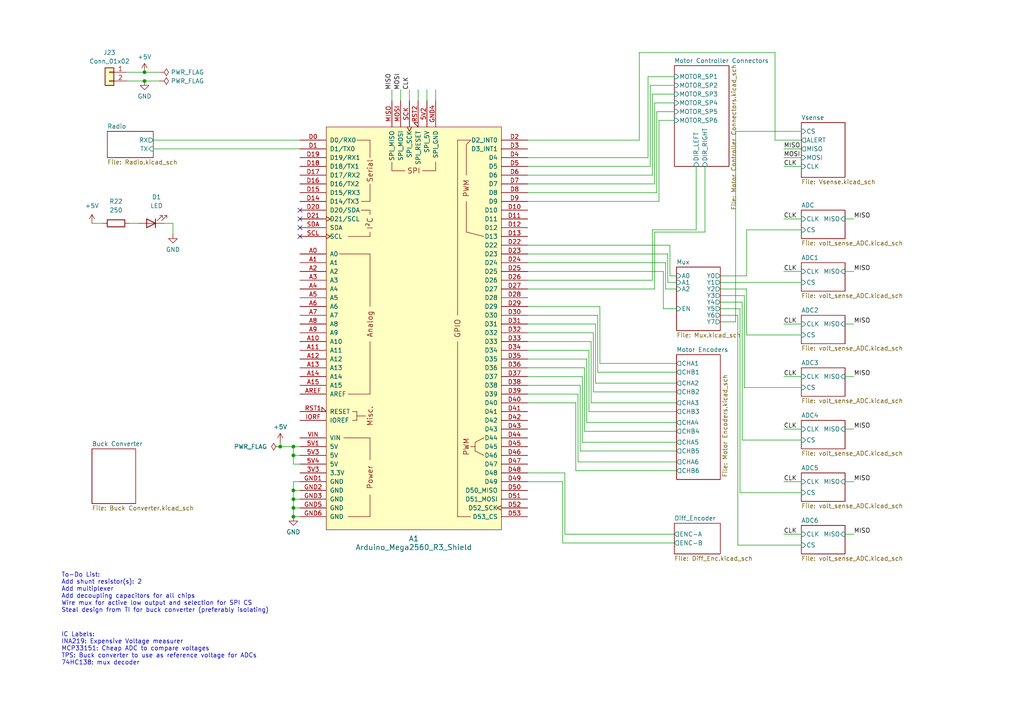
<source format=kicad_sch>
(kicad_sch (version 20230121) (generator eeschema)
  (paper "A4")
  (lib_symbols
    (symbol "Connector_Generic:Conn_01x02" (pin_names (offset 1.016) hide)
      (property "Reference" "J" (at 0 2.54 0))
      (property "Value" "Conn_01x02" (at 0 -5.08 0))
      (symbol "Conn_01x02_1_1"
        (rectangle (start -1.27 -2.413) (end 0 -2.667) (stroke (width 0.1524)))
        (rectangle (start -1.27 0.127) (end 0 -0.127) (stroke (width 0.1524)))
        (rectangle (start -1.27 1.27) (end 1.27 -3.81) (stroke (width 0.254)) (fill (type background)))
        (pin passive line (at -5.08 0 0) (length 3.81) (name "Pin_1") (number "1"))
        (pin passive line (at -5.08 -2.54 0) (length 3.81) (name "Pin_2") (number "2"))
      )
    )
    (symbol "Device:LED" (pin_numbers hide) (pin_names (offset 1.016) hide)
      (property "Reference" "D" (at 0 2.54 0))
      (property "Value" "LED" (at 0 -2.54 0))
      (symbol "LED_0_1"
        (polyline (pts (xy -1.27 -1.27) (xy -1.27 1.27)) (stroke (width 0.254)))
        (polyline (pts (xy -1.27 0) (xy 1.27 0)))
        (polyline (pts (xy 1.27 -1.27) (xy 1.27 1.27) (xy -1.27 0) (xy 1.27 -1.27)) (stroke (width 0.254)))
        (polyline (pts (xy -3.048 -0.762) (xy -4.572 -2.286) (xy -3.81 -2.286) (xy -4.572 -2.286) (xy -4.572 -1.524)))
        (polyline (pts (xy -1.778 -0.762) (xy -3.302 -2.286) (xy -2.54 -2.286) (xy -3.302 -2.286) (xy -3.302 -1.524)))
      )
      (symbol "LED_1_1"
        (pin passive line (at -3.81 0 0) (length 2.54) (name "K") (number "1"))
        (pin passive line (at 3.81 0 180) (length 2.54) (name "A") (number "2"))
      )
    )
    (symbol "Device:R" (pin_numbers hide) (pin_names (offset 0))
      (property "Reference" "R" (at 2.032 0 90))
      (property "Value" "R" (at 0 0 90))
      (symbol "R_0_1"
        (rectangle (start -1.016 -2.54) (end 1.016 2.54) (stroke (width 0.254)))
      )
      (symbol "R_1_1"
        (pin passive line (at 0 3.81 270) (length 1.27) (name "~") (number "1"))
        (pin passive line (at 0 -3.81 90) (length 1.27) (name "~") (number "2"))
      )
    )
    (symbol "arduino-library:Arduino_Mega2560_R3_Shield" (pin_names (offset 1.016))
      (property "Reference" "A" (at 0 -62.23 0))
      (property "Value" "Arduino_Mega2560_R3_Shield" (at 0 -66.04 0))
      (symbol "Arduino_Mega2560_R3_Shield_0_0"
        (rectangle (start -25.4 -58.42) (end 25.4 58.42) (fill (type background)))
        (rectangle (start -20.32 -31.75) (end -12.7 -31.75))
        (rectangle (start -19.05 -54.61) (end -12.7 -54.61))
        (rectangle (start -19.05 -19.05) (end -12.7 -19.05))
        (rectangle (start -19.05 26.67) (end -12.7 26.67))
        (rectangle (start -17.78 -26.67) (end -16.51 -26.67))
        (rectangle (start -17.78 -24.13) (end -16.51 -24.13))
        (rectangle (start -16.51 -25.4) (end -13.97 -25.4))
        (rectangle (start -16.51 -24.13) (end -16.51 -26.67))
        (rectangle (start -16.51 54.61) (end -12.7 54.61))
        (rectangle (start -15.24 34.29) (end -12.7 34.29))
        (rectangle (start -15.24 36.83) (end -12.7 36.83))
        (rectangle (start -12.7 -54.61) (end -12.7 -48.26))
        (rectangle (start -12.7 -31.75) (end -12.7 -38.1))
        (rectangle (start -12.7 26.67) (end -12.7 27.94))
        (rectangle (start -12.7 34.29) (end -12.7 33.02))
        (rectangle (start -12.7 41.91) (end -12.7 36.83))
        (rectangle (start -12.7 49.53) (end -12.7 54.61))
        (rectangle (start -6.35 48.26) (end -6.35 45.72))
        (rectangle (start -2.54 45.72) (end -6.35 45.72))
        (polyline (pts (xy -21.59 21.59) (xy -12.7 21.59)))
        (polyline (pts (xy -12.7 -19.05) (xy -12.7 -3.81)))
        (polyline (pts (xy -12.7 6.35) (xy -12.7 21.59)))
        (polyline (pts (xy 12.7 -54.61) (xy 16.51 -54.61)))
        (polyline (pts (xy 12.7 54.61) (xy 16.51 54.61)))
        (polyline (pts (xy 17.78 -34.29) (xy 16.51 -34.29)))
        (polyline (pts (xy 15.24 36.83) (xy 15.24 27.94) (xy 20.32 26.67)))
        (polyline (pts (xy 15.24 44.45) (xy 15.24 53.34) (xy 16.51 54.61)))
        (polyline (pts (xy 20.32 -31.75) (xy 17.78 -33.02) (xy 17.78 -35.56) (xy 20.32 -36.83)))
        (rectangle (start 6.35 45.72) (end 2.54 45.72))
        (rectangle (start 6.35 48.26) (end 6.35 45.72))
        (text "Analog" (at -12.7 1.27 900) (effects (font (size 1.524 1.524))))
        (text "I²C" (at -12.7 30.48 900) (effects (font (size 1.524 1.524))))
        (text "Misc." (at -12.7 -25.4 900) (effects (font (size 1.524 1.524))))
        (text "Power" (at -12.7 -43.18 900) (effects (font (size 1.524 1.524))))
        (text "PWM" (at 15.24 -34.29 900) (effects (font (size 1.524 1.524))))
        (text "PWM" (at 15.24 40.64 900) (effects (font (size 1.524 1.524))))
        (text "Serial" (at -12.7 45.72 900) (effects (font (size 1.524 1.524))))
        (text "SPI" (at 0 45.72 0) (effects (font (size 1.524 1.524))))
      )
      (symbol "Arduino_Mega2560_R3_Shield_1_0"
        (rectangle (start 12.7 -54.61) (end 12.7 -3.81))
        (rectangle (start 12.7 54.61) (end 12.7 3.81))
        (text "GPIO" (at 12.7 0 900) (effects (font (size 1.524 1.524))))
      )
      (symbol "Arduino_Mega2560_R3_Shield_1_1"
        (pin power_out line (at -33.02 -41.91 0) (length 7.62) (name "3.3V") (number "3V3"))
        (pin power_in line (at -33.02 -34.29 0) (length 7.62) (name "5V") (number "5V1"))
        (pin power_in line (at 3.81 66.04 270) (length 7.62) (name "SPI_5V") (number "5V2"))
        (pin power_in line (at -33.02 -36.83 0) (length 7.62) (name "5V") (number "5V3"))
        (pin power_in line (at -33.02 -39.37 0) (length 7.62) (name "5V") (number "5V4"))
        (pin bidirectional line (at -33.02 21.59 0) (length 7.62) (name "A0") (number "A0"))
        (pin bidirectional line (at -33.02 19.05 0) (length 7.62) (name "A1") (number "A1"))
        (pin bidirectional line (at -33.02 -3.81 0) (length 7.62) (name "A10") (number "A10"))
        (pin bidirectional line (at -33.02 -6.35 0) (length 7.62) (name "A11") (number "A11"))
        (pin bidirectional line (at -33.02 -8.89 0) (length 7.62) (name "A12") (number "A12"))
        (pin bidirectional line (at -33.02 -11.43 0) (length 7.62) (name "A13") (number "A13"))
        (pin bidirectional line (at -33.02 -13.97 0) (length 7.62) (name "A14") (number "A14"))
        (pin bidirectional line (at -33.02 -16.51 0) (length 7.62) (name "A15") (number "A15"))
        (pin bidirectional line (at -33.02 16.51 0) (length 7.62) (name "A2") (number "A2"))
        (pin bidirectional line (at -33.02 13.97 0) (length 7.62) (name "A3") (number "A3"))
        (pin bidirectional line (at -33.02 11.43 0) (length 7.62) (name "A4") (number "A4"))
        (pin bidirectional line (at -33.02 8.89 0) (length 7.62) (name "A5") (number "A5"))
        (pin bidirectional line (at -33.02 6.35 0) (length 7.62) (name "A6") (number "A6"))
        (pin bidirectional line (at -33.02 3.81 0) (length 7.62) (name "A7") (number "A7"))
        (pin bidirectional line (at -33.02 1.27 0) (length 7.62) (name "A8") (number "A8"))
        (pin bidirectional line (at -33.02 -1.27 0) (length 7.62) (name "A9") (number "A9"))
        (pin input line (at -33.02 -19.05 0) (length 7.62) (name "AREF") (number "AREF"))
        (pin bidirectional line (at -33.02 54.61 0) (length 7.62) (name "D0/RX0") (number "D0"))
        (pin bidirectional line (at -33.02 52.07 0) (length 7.62) (name "D1/TX0") (number "D1"))
        (pin bidirectional line (at 33.02 34.29 180) (length 7.62) (name "D10") (number "D10"))
        (pin bidirectional line (at 33.02 31.75 180) (length 7.62) (name "D11") (number "D11"))
        (pin bidirectional line (at 33.02 29.21 180) (length 7.62) (name "D12") (number "D12"))
        (pin bidirectional line (at 33.02 26.67 180) (length 7.62) (name "D13") (number "D13"))
        (pin bidirectional line (at -33.02 36.83 0) (length 7.62) (name "D14/TX3") (number "D14"))
        (pin bidirectional line (at -33.02 39.37 0) (length 7.62) (name "D15/RX3") (number "D15"))
        (pin bidirectional line (at -33.02 41.91 0) (length 7.62) (name "D16/TX2") (number "D16"))
        (pin bidirectional line (at -33.02 44.45 0) (length 7.62) (name "D17/RX2") (number "D17"))
        (pin bidirectional line (at -33.02 46.99 0) (length 7.62) (name "D18/TX1") (number "D18"))
        (pin bidirectional line (at -33.02 49.53 0) (length 7.62) (name "D19/RX1") (number "D19"))
        (pin bidirectional line (at 33.02 54.61 180) (length 7.62) (name "D2_INT0") (number "D2"))
        (pin bidirectional line (at -33.02 34.29 0) (length 7.62) (name "D20/SDA") (number "D20"))
        (pin bidirectional clock (at -33.02 31.75 0) (length 7.62) (name "D21/SCL") (number "D21"))
        (pin bidirectional line (at 33.02 24.13 180) (length 7.62) (name "D22") (number "D22"))
        (pin bidirectional line (at 33.02 21.59 180) (length 7.62) (name "D23") (number "D23"))
        (pin bidirectional line (at 33.02 19.05 180) (length 7.62) (name "D24") (number "D24"))
        (pin bidirectional line (at 33.02 16.51 180) (length 7.62) (name "D25") (number "D25"))
        (pin bidirectional line (at 33.02 13.97 180) (length 7.62) (name "D26") (number "D26"))
        (pin bidirectional line (at 33.02 11.43 180) (length 7.62) (name "D27") (number "D27"))
        (pin bidirectional line (at 33.02 8.89 180) (length 7.62) (name "D28") (number "D28"))
        (pin bidirectional line (at 33.02 6.35 180) (length 7.62) (name "D29") (number "D29"))
        (pin bidirectional line (at 33.02 52.07 180) (length 7.62) (name "D3_INT1") (number "D3"))
        (pin bidirectional line (at 33.02 3.81 180) (length 7.62) (name "D30") (number "D30"))
        (pin bidirectional line (at 33.02 1.27 180) (length 7.62) (name "D31") (number "D31"))
        (pin bidirectional line (at 33.02 -1.27 180) (length 7.62) (name "D32") (number "D32"))
        (pin bidirectional line (at 33.02 -3.81 180) (length 7.62) (name "D33") (number "D33"))
        (pin bidirectional line (at 33.02 -6.35 180) (length 7.62) (name "D34") (number "D34"))
        (pin bidirectional line (at 33.02 -8.89 180) (length 7.62) (name "D35") (number "D35"))
        (pin bidirectional line (at 33.02 -11.43 180) (length 7.62) (name "D36") (number "D36"))
        (pin bidirectional line (at 33.02 -13.97 180) (length 7.62) (name "D37") (number "D37"))
        (pin bidirectional line (at 33.02 -16.51 180) (length 7.62) (name "D38") (number "D38"))
        (pin bidirectional line (at 33.02 -19.05 180) (length 7.62) (name "D39") (number "D39"))
        (pin bidirectional line (at 33.02 49.53 180) (length 7.62) (name "D4") (number "D4"))
        (pin bidirectional line (at 33.02 -21.59 180) (length 7.62) (name "D40") (number "D40"))
        (pin bidirectional line (at 33.02 -24.13 180) (length 7.62) (name "D41") (number "D41"))
        (pin bidirectional line (at 33.02 -26.67 180) (length 7.62) (name "D42") (number "D42"))
        (pin bidirectional line (at 33.02 -29.21 180) (length 7.62) (name "D43") (number "D43"))
        (pin bidirectional line (at 33.02 -31.75 180) (length 7.62) (name "D44") (number "D44"))
        (pin bidirectional line (at 33.02 -34.29 180) (length 7.62) (name "D45") (number "D45"))
        (pin bidirectional line (at 33.02 -36.83 180) (length 7.62) (name "D46") (number "D46"))
        (pin bidirectional line (at 33.02 -39.37 180) (length 7.62) (name "D47") (number "D47"))
        (pin bidirectional line (at 33.02 -41.91 180) (length 7.62) (name "D48") (number "D48"))
        (pin bidirectional line (at 33.02 -44.45 180) (length 7.62) (name "D49") (number "D49"))
        (pin bidirectional line (at 33.02 46.99 180) (length 7.62) (name "D5") (number "D5"))
        (pin bidirectional line (at 33.02 -46.99 180) (length 7.62) (name "D50_MISO") (number "D50"))
        (pin bidirectional line (at 33.02 -49.53 180) (length 7.62) (name "D51_MOSI") (number "D51"))
        (pin bidirectional clock (at 33.02 -52.07 180) (length 7.62) (name "D52_SCK") (number "D52"))
        (pin bidirectional line (at 33.02 -54.61 180) (length 7.62) (name "D53_CS") (number "D53"))
        (pin bidirectional line (at 33.02 44.45 180) (length 7.62) (name "D6") (number "D6"))
        (pin bidirectional line (at 33.02 41.91 180) (length 7.62) (name "D7") (number "D7"))
        (pin bidirectional line (at 33.02 39.37 180) (length 7.62) (name "D8") (number "D8"))
        (pin bidirectional line (at 33.02 36.83 180) (length 7.62) (name "D9") (number "D9"))
        (pin power_in line (at -33.02 -44.45 0) (length 7.62) (name "GND") (number "GND1"))
        (pin power_in line (at -33.02 -46.99 0) (length 7.62) (name "GND") (number "GND2"))
        (pin power_in line (at -33.02 -49.53 0) (length 7.62) (name "GND") (number "GND3"))
        (pin power_in line (at 6.35 66.04 270) (length 7.62) (name "SPI_GND") (number "GND4"))
        (pin power_in line (at -33.02 -52.07 0) (length 7.62) (name "GND") (number "GND5"))
        (pin power_in line (at -33.02 -54.61 0) (length 7.62) (name "GND") (number "GND6"))
        (pin output line (at -33.02 -26.67 0) (length 7.62) (name "IOREF") (number "IORF"))
        (pin input line (at -6.35 66.04 270) (length 7.62) (name "SPI_MISO") (number "MISO"))
        (pin output line (at -3.81 66.04 270) (length 7.62) (name "SPI_MOSI") (number "MOSI"))
        (pin open_collector input_low (at -33.02 -24.13 0) (length 7.62) (name "RESET") (number "RST1"))
        (pin open_collector input_low (at 1.27 66.04 270) (length 7.62) (name "SPI_RESET") (number "RST2"))
        (pin output clock (at -1.27 66.04 270) (length 7.62) (name "SPI_SCK") (number "SCK"))
        (pin bidirectional clock (at -33.02 26.67 0) (length 7.62) (name "SCL") (number "SCL"))
        (pin bidirectional line (at -33.02 29.21 0) (length 7.62) (name "SDA") (number "SDA"))
        (pin power_in line (at -33.02 -31.75 0) (length 7.62) (name "VIN") (number "VIN"))
      )
    )
    (symbol "power:+5V" (power) (pin_names (offset 0))
      (property "Value" "+5V" (at 0 3.556 0))
      (symbol "+5V_0_1"
        (polyline (pts (xy -0.762 1.27) (xy 0 2.54)))
        (polyline (pts (xy 0 0) (xy 0 2.54)))
        (polyline (pts (xy 0 2.54) (xy 0.762 1.27)))
      )
      (symbol "+5V_1_1"
        (pin power_in line (at 0 0 90) (length 0) hide (name "+5V") (number "1"))
      )
    )
    (symbol "power:GND" (power) (pin_names (offset 0))
      (property "Value" "GND" (at 0 -3.81 0))
      (symbol "GND_0_1"
        (polyline (pts (xy 0 0) (xy 0 -1.27) (xy 1.27 -1.27) (xy 0 -2.54) (xy -1.27 -1.27) (xy 0 -1.27)))
      )
      (symbol "GND_1_1"
        (pin power_in line (at 0 0 270) (length 0) hide (name "GND") (number "1"))
      )
    )
    (symbol "power:PWR_FLAG" (power) (pin_numbers hide) (pin_names (offset 0) hide)
      (property "Value" "PWR_FLAG" (at 0 3.81 0))
      (symbol "PWR_FLAG_0_0"
        (pin power_out line (at 0 0 90) (length 0) (name "pwr") (number "1"))
      )
      (symbol "PWR_FLAG_0_1"
        (polyline (pts (xy 0 0) (xy 0 1.27) (xy -1.016 1.905) (xy 0 2.54) (xy 1.016 1.905) (xy 0 1.27)))
      )
    )
  )
  (junction (at 85.09 144.78))
  (junction (at 85.09 129.54))
  (junction (at 81.28 129.54))
  (junction (at 85.09 142.24))
  (junction (at 41.91 23.495))
  (junction (at 41.91 20.955))
  (junction (at 85.09 149.86))
  (junction (at 85.09 147.32))
  (junction (at 85.09 132.08))
  (no_connect (at 86.995 68.58))
  (no_connect (at 86.995 60.96))
  (no_connect (at 86.995 66.04))
  (no_connect (at 86.995 63.5))
  (wire (pts (xy 163.83 137.16) (xy 153.035 137.16)))
  (wire (pts (xy 173.355 107.95) (xy 196.215 107.95)))
  (wire (pts (xy 196.215 128.27) (xy 168.91 128.27)))
  (wire (pts (xy 196.215 83.82) (xy 193.04 83.82)))
  (wire (pts (xy 227.33 93.98) (xy 232.41 93.98)))
  (wire (pts (xy 26.67 64.77) (xy 29.845 64.77)))
  (wire (pts (xy 213.995 158.115) (xy 232.41 158.115)))
  (wire (pts (xy 245.11 154.94) (xy 247.65 154.94)))
  (wire (pts (xy 245.11 139.7) (xy 247.65 139.7)))
  (wire (pts (xy 85.09 144.78) (xy 85.09 147.32)))
  (wire (pts (xy 85.09 129.54) (xy 85.09 132.08)))
  (wire (pts (xy 189.23 50.8) (xy 189.23 27.305)))
  (wire (pts (xy 193.04 76.2) (xy 153.035 76.2)))
  (wire (pts (xy 85.09 129.54) (xy 81.28 129.54)))
  (wire (pts (xy 163.195 157.48) (xy 195.58 157.48)))
  (wire (pts (xy 195.58 34.925) (xy 191.135 34.925)))
  (wire (pts (xy 188.595 48.26) (xy 153.035 48.26)))
  (wire (pts (xy 196.215 133.985) (xy 167.64 133.985)))
  (wire (pts (xy 153.035 83.82) (xy 189.865 83.82)))
  (wire (pts (xy 208.915 80.01) (xy 216.535 80.01)))
  (wire (pts (xy 245.11 109.22) (xy 247.65 109.22)))
  (wire (pts (xy 44.45 43.18) (xy 86.995 43.18)))
  (wire (pts (xy 85.09 134.62) (xy 86.995 134.62)))
  (wire (pts (xy 213.36 93.345) (xy 213.36 38.1)))
  (wire (pts (xy 85.09 142.24) (xy 85.09 144.78)))
  (wire (pts (xy 245.11 78.74) (xy 247.65 78.74)))
  (wire (pts (xy 153.035 45.72) (xy 187.96 45.72)))
  (wire (pts (xy 215.9 85.725) (xy 215.9 112.395)))
  (wire (pts (xy 153.035 116.84) (xy 167.005 116.84)))
  (wire (pts (xy 36.83 23.495) (xy 41.91 23.495)))
  (wire (pts (xy 196.215 105.41) (xy 173.99 105.41)))
  (wire (pts (xy 153.035 139.7) (xy 163.195 139.7)))
  (wire (pts (xy 81.28 128.27) (xy 81.28 129.54)))
  (wire (pts (xy 227.33 139.7) (xy 232.41 139.7)))
  (wire (pts (xy 85.09 132.08) (xy 86.995 132.08)))
  (wire (pts (xy 171.45 99.06) (xy 153.035 99.06)))
  (wire (pts (xy 169.545 106.68) (xy 169.545 125.095)))
  (wire (pts (xy 113.665 26.035) (xy 113.665 29.21)))
  (wire (pts (xy 191.135 58.42) (xy 153.035 58.42)))
  (wire (pts (xy 153.035 91.44) (xy 173.355 91.44)))
  (wire (pts (xy 47.625 64.77) (xy 50.165 64.77)))
  (wire (pts (xy 153.035 73.66) (xy 193.675 73.66)))
  (wire (pts (xy 168.91 109.22) (xy 153.035 109.22)))
  (wire (pts (xy 208.915 93.345) (xy 213.36 93.345)))
  (wire (pts (xy 172.085 96.52) (xy 172.085 113.665)))
  (wire (pts (xy 163.195 139.7) (xy 163.195 157.48)))
  (wire (pts (xy 187.96 45.72) (xy 187.96 22.225)))
  (wire (pts (xy 37.465 64.77) (xy 40.005 64.77)))
  (wire (pts (xy 85.09 149.86) (xy 86.995 149.86)))
  (wire (pts (xy 116.205 26.035) (xy 116.205 29.21)))
  (wire (pts (xy 216.535 66.675) (xy 232.41 66.675)))
  (wire (pts (xy 153.035 101.6) (xy 170.815 101.6)))
  (wire (pts (xy 189.23 27.305) (xy 195.58 27.305)))
  (wire (pts (xy 172.085 113.665) (xy 196.215 113.665)))
  (wire (pts (xy 153.035 50.8) (xy 189.23 50.8)))
  (wire (pts (xy 168.275 111.76) (xy 168.275 130.81)))
  (wire (pts (xy 172.72 111.125) (xy 172.72 93.98)))
  (wire (pts (xy 167.64 133.985) (xy 167.64 114.3)))
  (wire (pts (xy 227.33 43.18) (xy 232.41 43.18)))
  (wire (pts (xy 170.815 119.38) (xy 196.215 119.38)))
  (wire (pts (xy 196.215 111.125) (xy 172.72 111.125)))
  (wire (pts (xy 44.45 40.64) (xy 86.995 40.64)))
  (wire (pts (xy 195.58 24.765) (xy 188.595 24.765)))
  (wire (pts (xy 208.915 83.82) (xy 216.535 83.82)))
  (wire (pts (xy 215.265 87.63) (xy 215.265 127.635)))
  (wire (pts (xy 41.91 20.955) (xy 36.83 20.955)))
  (wire (pts (xy 168.91 128.27) (xy 168.91 109.22)))
  (wire (pts (xy 189.865 67.31) (xy 189.865 83.82)))
  (wire (pts (xy 85.09 132.08) (xy 85.09 134.62)))
  (wire (pts (xy 85.09 144.78) (xy 86.995 144.78)))
  (wire (pts (xy 196.215 122.555) (xy 170.18 122.555)))
  (wire (pts (xy 189.23 66.675) (xy 189.23 81.28)))
  (wire (pts (xy 85.09 139.7) (xy 86.995 139.7)))
  (wire (pts (xy 153.035 106.68) (xy 169.545 106.68)))
  (wire (pts (xy 201.93 66.675) (xy 189.23 66.675)))
  (wire (pts (xy 168.275 130.81) (xy 196.215 130.81)))
  (wire (pts (xy 173.99 88.9) (xy 153.035 88.9)))
  (wire (pts (xy 195.58 154.94) (xy 163.83 154.94)))
  (wire (pts (xy 50.165 64.77) (xy 50.165 67.945)))
  (wire (pts (xy 195.58 29.845) (xy 189.865 29.845)))
  (wire (pts (xy 213.995 91.44) (xy 213.995 158.115)))
  (wire (pts (xy 193.04 83.82) (xy 193.04 76.2)))
  (wire (pts (xy 167.005 136.525) (xy 196.215 136.525)))
  (wire (pts (xy 172.72 93.98) (xy 153.035 93.98)))
  (wire (pts (xy 216.535 80.01) (xy 216.535 66.675)))
  (wire (pts (xy 204.47 67.31) (xy 189.865 67.31)))
  (wire (pts (xy 173.355 91.44) (xy 173.355 107.95)))
  (wire (pts (xy 227.33 124.46) (xy 232.41 124.46)))
  (wire (pts (xy 187.96 22.225) (xy 195.58 22.225)))
  (wire (pts (xy 216.535 97.155) (xy 232.41 97.155)))
  (wire (pts (xy 245.11 63.5) (xy 247.65 63.5)))
  (wire (pts (xy 227.33 109.22) (xy 232.41 109.22)))
  (wire (pts (xy 227.33 45.72) (xy 232.41 45.72)))
  (wire (pts (xy 163.83 154.94) (xy 163.83 137.16)))
  (wire (pts (xy 201.93 48.26) (xy 201.93 66.675)))
  (wire (pts (xy 227.33 154.94) (xy 232.41 154.94)))
  (wire (pts (xy 227.33 63.5) (xy 232.41 63.5)))
  (wire (pts (xy 194.31 71.12) (xy 153.035 71.12)))
  (wire (pts (xy 170.18 122.555) (xy 170.18 104.14)))
  (wire (pts (xy 215.9 112.395) (xy 232.41 112.395)))
  (wire (pts (xy 224.79 40.64) (xy 224.79 15.24)))
  (wire (pts (xy 185.42 40.64) (xy 153.035 40.64)))
  (wire (pts (xy 153.035 55.88) (xy 190.5 55.88)))
  (wire (pts (xy 213.36 38.1) (xy 232.41 38.1)))
  (wire (pts (xy 196.215 116.84) (xy 171.45 116.84)))
  (wire (pts (xy 118.745 26.035) (xy 118.745 29.21)))
  (wire (pts (xy 41.91 23.495) (xy 46.355 23.495)))
  (wire (pts (xy 208.915 87.63) (xy 215.265 87.63)))
  (wire (pts (xy 192.405 89.535) (xy 192.405 78.74)))
  (wire (pts (xy 194.31 80.01) (xy 196.215 80.01)))
  (wire (pts (xy 194.31 71.12) (xy 194.31 80.01)))
  (wire (pts (xy 208.915 85.725) (xy 215.9 85.725)))
  (wire (pts (xy 193.675 81.915) (xy 196.215 81.915)))
  (wire (pts (xy 85.09 147.32) (xy 85.09 149.86)))
  (wire (pts (xy 208.915 91.44) (xy 213.995 91.44)))
  (wire (pts (xy 173.99 105.41) (xy 173.99 88.9)))
  (wire (pts (xy 190.5 32.385) (xy 195.58 32.385)))
  (wire (pts (xy 170.18 104.14) (xy 153.035 104.14)))
  (wire (pts (xy 123.825 26.035) (xy 123.825 29.21)))
  (wire (pts (xy 126.365 26.035) (xy 126.365 29.21)))
  (wire (pts (xy 224.79 40.64) (xy 232.41 40.64)))
  (wire (pts (xy 214.63 89.535) (xy 214.63 142.875)))
  (wire (pts (xy 167.64 114.3) (xy 153.035 114.3)))
  (wire (pts (xy 245.11 93.98) (xy 247.65 93.98)))
  (wire (pts (xy 85.09 142.24) (xy 86.995 142.24)))
  (wire (pts (xy 245.11 124.46) (xy 247.65 124.46)))
  (wire (pts (xy 85.09 139.7) (xy 85.09 142.24)))
  (wire (pts (xy 188.595 24.765) (xy 188.595 48.26)))
  (wire (pts (xy 208.915 89.535) (xy 214.63 89.535)))
  (wire (pts (xy 216.535 83.82) (xy 216.535 97.155)))
  (wire (pts (xy 227.33 48.26) (xy 232.41 48.26)))
  (wire (pts (xy 153.035 96.52) (xy 172.085 96.52)))
  (wire (pts (xy 41.91 20.955) (xy 46.355 20.955)))
  (wire (pts (xy 204.47 48.26) (xy 204.47 67.31)))
  (wire (pts (xy 153.035 53.34) (xy 189.865 53.34)))
  (wire (pts (xy 185.42 15.24) (xy 185.42 40.64)))
  (wire (pts (xy 190.5 55.88) (xy 190.5 32.385)))
  (wire (pts (xy 227.33 78.74) (xy 232.41 78.74)))
  (wire (pts (xy 208.915 81.915) (xy 232.41 81.915)))
  (wire (pts (xy 171.45 116.84) (xy 171.45 99.06)))
  (wire (pts (xy 192.405 78.74) (xy 153.035 78.74)))
  (wire (pts (xy 215.265 127.635) (xy 232.41 127.635)))
  (wire (pts (xy 85.09 147.32) (xy 86.995 147.32)))
  (wire (pts (xy 121.285 26.035) (xy 121.285 29.21)))
  (wire (pts (xy 191.135 34.925) (xy 191.135 58.42)))
  (wire (pts (xy 167.005 116.84) (xy 167.005 136.525)))
  (wire (pts (xy 189.865 29.845) (xy 189.865 53.34)))
  (wire (pts (xy 169.545 125.095) (xy 196.215 125.095)))
  (wire (pts (xy 153.035 111.76) (xy 168.275 111.76)))
  (wire (pts (xy 189.23 81.28) (xy 153.035 81.28)))
  (wire (pts (xy 214.63 142.875) (xy 232.41 142.875)))
  (wire (pts (xy 193.675 81.915) (xy 193.675 73.66)))
  (wire (pts (xy 170.815 101.6) (xy 170.815 119.38)))
  (wire (pts (xy 224.79 15.24) (xy 185.42 15.24)))
  (wire (pts (xy 86.995 129.54) (xy 85.09 129.54)))
  (wire (pts (xy 196.215 89.535) (xy 192.405 89.535)))
  (text "To-Do List:\nAdd shunt resistor(s): 2\nAdd multiplexer\nAdd decoupling capacitors for all chips\nWire mux for active low output and selection for SPI CS\nSteal design from TI for buck converter (preferably isolating)" (at 17.78 177.8 0) (effects (font (size 1.27 1.27)) (justify left bottom)))
  (text "IC Labels:\nINA219: Expensive Voltage measurer\nMCP33151: Cheap ADC to compare voltages\nTPS: Buck converter to use as reference voltage for ADCs\n74HC138: mux decoder" (at 17.78 193.04 0) (effects (font (size 1.27 1.27)) (justify left bottom)))
  (label "MISO" (at 227.33 43.18 0))
  (label "CLK" (at 227.33 109.22 0))
  (label "MISO" (at 247.65 63.5 0))
  (label "CLK" (at 227.33 48.26 0))
  (label "MISO" (at 247.65 78.74 0))
  (label "CLK" (at 227.33 124.46 0))
  (label "CLK" (at 227.33 78.74 0))
  (label "MISO" (at 247.65 109.22 0))
  (label "CLK" (at 227.33 139.7 0))
  (label "MOSI" (at 116.205 26.035 90))
  (label "MOSI" (at 227.33 45.72 0))
  (label "CLK" (at 227.33 63.5 0))
  (label "CLK" (at 227.33 154.94 0))
  (label "MISO" (at 247.65 93.98 0))
  (label "MISO" (at 113.665 26.035 90))
  (label "MISO" (at 247.65 139.7 0))
  (label "MISO" (at 247.65 154.94 0))
  (label "CLK" (at 227.33 93.98 0))
  (label "CLK" (at 118.745 26.035 90))
  (label "MISO" (at 247.65 124.46 0))
  (symbol (lib_id "power:GND") (at 85.09 149.86 0) (unit 1)
    (property "Reference" "#PWR056" (effects hide))
    (property "Value" "GND" (at 85.09 154.305 0))
  )
  (symbol (lib_id "Connector_Generic:Conn_01x02") (at 31.75 20.955 0) (mirror y) (unit 1)
    (property "Reference" "J23" (at 31.75 15.24 0))
    (property "Value" "Conn_01x02" (at 31.75 17.78 0))
    (property "Footprint" "Connector_Molex:Molex_Micro-Fit_3.0_43045-0212_2x01_P3.00mm_Vertical" (effects hide))
  )
  (symbol (lib_id "Device:LED") (at 43.815 64.77 180) (unit 1)
    (property "Reference" "D1" (at 45.4025 57.15 0))
    (property "Value" "LED" (at 45.4025 59.69 0))
    (property "Footprint" "Diode_SMD:D_0603_1608Metric_Pad1.05x0.95mm_HandSolder" (effects hide))
  )
  (symbol (lib_id "Device:R") (at 33.655 64.77 90) (unit 1)
    (property "Reference" "R22" (at 33.655 58.42 90))
    (property "Value" "250" (at 33.655 60.96 90))
    (property "Footprint" "Resistor_SMD:R_0805_2012Metric_Pad1.20x1.40mm_HandSolder" (effects hide))
  )
  (symbol (lib_id "power:PWR_FLAG") (at 46.355 23.495 270) (unit 1)
    (property "Reference" "#FLG04" (effects hide))
    (property "Value" "PWR_FLAG" (at 49.53 23.495 90) (effects (justify left)))
  )
  (symbol (lib_id "power:+5V") (at 26.67 64.77 0) (unit 1)
    (property "Reference" "#PWR088" (effects hide))
    (property "Value" "+5V" (at 26.67 59.69 0))
  )
  (symbol (lib_id "power:GND") (at 41.91 23.495 0) (unit 1)
    (property "Reference" "#PWR087" (effects hide))
    (property "Value" "GND" (at 41.91 27.94 0))
  )
  (symbol (lib_id "arduino-library:Arduino_Mega2560_R3_Shield") (at 120.015 95.25 0) (unit 1)
    (property "Reference" "A1" (at 120.015 156.21 0) (effects (font (size 1.524 1.524))))
    (property "Value" "Arduino_Mega2560_R3_Shield" (at 120.015 158.75 0) (effects (font (size 1.524 1.524))))
    (property "Footprint" "arduino-library:Arduino_Mega2560_R3_Shield" (effects hide))
    (property "Datasheet" "https://docs.arduino.cc/hardware/mega-2560" (effects hide))
  )
  (symbol (lib_id "power:PWR_FLAG") (at 46.355 20.955 270) (unit 1)
    (property "Reference" "#FLG03" (effects hide))
    (property "Value" "PWR_FLAG" (at 49.53 20.955 90) (effects (justify left)))
  )
  (symbol (lib_id "power:PWR_FLAG") (at 81.28 129.54 90) (unit 1)
    (property "Reference" "#FLG02" (effects hide))
    (property "Value" "PWR_FLAG" (at 77.47 129.54 90) (effects (justify left)))
  )
  (symbol (lib_id "power:+5V") (at 81.28 128.27 0) (unit 1)
    (property "Reference" "#PWR064" (effects hide))
    (property "Value" "+5V" (at 81.28 123.825 0))
  )
  (symbol (lib_id "power:GND") (at 50.165 67.945 0) (unit 1)
    (property "Reference" "#PWR089" (effects hide))
    (property "Value" "GND" (at 50.165 72.39 0))
  )
  (symbol (lib_id "power:+5V") (at 41.91 20.955 0) (unit 1)
    (property "Reference" "#PWR086" (effects hide))
    (property "Value" "+5V" (at 41.91 16.51 0))
  )
  (sheet (at 232.41 152.4) (size 12.7 8.255) (stroke (width 0.1524))
    (property "Sheetname" "ADC6" (at 232.41 151.6884 0) (effects (justify left bottom)))
    (property "Sheetfile" "volt_sense_ADC.kicad_sch" (at 232.41 161.2396 0) (effects (justify left top)))
    (pin "CLK" input (at 232.41 154.94 180))
    (pin "MISO" input (at 245.11 154.94 0))
    (pin "CS" input (at 232.41 158.115 180))
  )
  (sheet (at 232.41 35.56) (size 12.7 15.875) (stroke (width 0.1524))
    (property "Sheetname" "Vsense" (at 232.41 34.8484 0) (effects (justify left bottom)))
    (property "Sheetfile" "Vsense.kicad_sch" (at 232.41 52.0196 0) (effects (justify left top)))
    (pin "CLK" input (at 232.41 48.26 180))
    (pin "MOSI" input (at 232.41 45.72 180))
    (pin "MISO" output (at 232.41 43.18 180))
    (pin "ALERT" output (at 232.41 40.64 180))
    (pin "CS" input (at 232.41 38.1 180))
  )
  (sheet (at 196.215 77.47) (size 12.7 18.415) (stroke (width 0.1524))
    (property "Sheetname" "Mux" (at 196.215 76.7584 0) (effects (justify left bottom)))
    (property "Sheetfile" "Mux.kicad_sch" (at 196.215 96.4696 0) (effects (justify left top)))
    (pin "Y2" output (at 208.915 83.82 0))
    (pin "Y1" output (at 208.915 81.915 0))
    (pin "Y0" output (at 208.915 80.01 0))
    (pin "Y3" output (at 208.915 85.725 0))
    (pin "Y4" output (at 208.915 87.63 0))
    (pin "Y7" output (at 208.915 93.345 0))
    (pin "Y6" output (at 208.915 91.44 0))
    (pin "Y5" output (at 208.915 89.535 0))
    (pin "A0" input (at 196.215 80.01 180))
    (pin "A1" input (at 196.215 81.915 180))
    (pin "EN" input (at 196.215 89.535 180))
    (pin "A2" input (at 196.215 83.82 180))
  )
  (sheet (at 232.41 137.16) (size 12.7 8.255) (stroke (width 0.1524))
    (property "Sheetname" "ADC5" (at 232.41 136.4484 0) (effects (justify left bottom)))
    (property "Sheetfile" "volt_sense_ADC.kicad_sch" (at 232.41 145.9996 0) (effects (justify left top)))
    (pin "CLK" input (at 232.41 139.7 180))
    (pin "MISO" input (at 245.11 139.7 0))
    (pin "CS" input (at 232.41 142.875 180))
  )
  (sheet (at 196.215 102.87) (size 12.7 36.195) (stroke (width 0.1524))
    (property "Sheetname" "Motor Encoders" (at 196.215 102.1584 0) (effects (justify left bottom)))
    (property "Sheetfile" "Motor Encoders.kicad_sch" (at 209.55 138.43 90) (effects (justify left top)))
    (pin "CHA3" output (at 196.215 116.84 180))
    (pin "CHB3" output (at 196.215 119.38 180))
    (pin "CHA2" output (at 196.215 111.125 180))
    (pin "CHB2" output (at 196.215 113.665 180))
    (pin "CHA6" output (at 196.215 133.985 180))
    (pin "CHB5" output (at 196.215 130.81 180))
    (pin "CHA5" output (at 196.215 128.27 180))
    (pin "CHB6" output (at 196.215 136.525 180))
    (pin "CHA1" output (at 196.215 105.41 180))
    (pin "CHB1" output (at 196.215 107.95 180))
    (pin "CHA4" output (at 196.215 122.555 180))
    (pin "CHB4" output (at 196.215 125.095 180))
  )
  (sheet (at 195.58 19.05) (size 15.875 29.21) (stroke (width 0.1524))
    (property "Sheetname" "Motor Controller Connectors" (at 195.58 18.3384 0) (effects (justify left bottom)))
    (property "Sheetfile" "Motor Controller Connectors.kicad_sch" (at 212.09 60.96 90) (effects (justify left top)))
    (pin "DIR_RIGHT" input (at 204.47 48.26 270))
    (pin "DIR_LEFT" input (at 201.93 48.26 270))
    (pin "MOTOR_SP1" input (at 195.58 22.225 180))
    (pin "MOTOR_SP2" input (at 195.58 24.765 180))
    (pin "MOTOR_SP3" input (at 195.58 27.305 180))
    (pin "MOTOR_SP4" input (at 195.58 29.845 180))
    (pin "MOTOR_SP5" input (at 195.58 32.385 180))
    (pin "MOTOR_SP6" input (at 195.58 34.925 180))
  )
  (sheet (at 31.115 38.1) (size 13.335 7.62) (stroke (width 0.1524))
    (property "Sheetname" "Radio" (at 31.115 37.3884 0) (effects (justify left bottom)))
    (property "Sheetfile" "Radio.kicad_sch" (at 31.115 46.3046 0) (effects (justify left top)))
    (pin "RX" output (at 44.45 40.64 0))
    (pin "TX" input (at 44.45 43.18 0))
  )
  (sheet (at 232.41 91.44) (size 12.7 8.255) (stroke (width 0.1524))
    (property "Sheetname" "ADC2" (at 232.41 90.7284 0) (effects (justify left bottom)))
    (property "Sheetfile" "volt_sense_ADC.kicad_sch" (at 232.41 100.2796 0) (effects (justify left top)))
    (pin "CLK" input (at 232.41 93.98 180))
    (pin "MISO" input (at 245.11 93.98 0))
    (pin "CS" input (at 232.41 97.155 180))
  )
  (sheet (at 232.41 60.96) (size 12.7 8.255) (stroke (width 0.1524))
    (property "Sheetname" "ADC" (at 232.41 60.2484 0) (effects (justify left bottom)))
    (property "Sheetfile" "volt_sense_ADC.kicad_sch" (at 232.41 69.7996 0) (effects (justify left top)))
    (pin "CLK" input (at 232.41 63.5 180))
    (pin "MISO" input (at 245.11 63.5 0))
    (pin "CS" input (at 232.41 66.675 180))
  )
  (sheet (at 195.58 151.765) (size 13.335 8.89) (stroke (width 0.1524))
    (property "Sheetname" "Diff_Encoder" (at 195.58 151.0534 0) (effects (justify left bottom)))
    (property "Sheetfile" "Diff_Enc.kicad_sch" (at 195.58 161.2396 0) (effects (justify left top)))
    (pin "ENC-B" output (at 195.58 157.48 180))
    (pin "ENC-A" output (at 195.58 154.94 180))
  )
  (sheet (at 26.67 130.175) (size 12.7 15.875) (stroke (width 0.1524))
    (property "Sheetname" "Buck Converter" (at 26.67 129.4634 0) (effects (justify left bottom)))
    (property "Sheetfile" "Buck Converter.kicad_sch" (at 26.67 146.6346 0) (effects (justify left top)))
  )
  (sheet (at 232.41 76.2) (size 12.7 8.255) (stroke (width 0.1524))
    (property "Sheetname" "ADC1" (at 232.41 75.4884 0) (effects (justify left bottom)))
    (property "Sheetfile" "volt_sense_ADC.kicad_sch" (at 232.41 85.0396 0) (effects (justify left top)))
    (pin "CLK" input (at 232.41 78.74 180))
    (pin "MISO" input (at 245.11 78.74 0))
    (pin "CS" input (at 232.41 81.915 180))
  )
  (sheet (at 232.41 106.68) (size 12.7 8.255) (stroke (width 0.1524))
    (property "Sheetname" "ADC3" (at 232.41 105.9684 0) (effects (justify left bottom)))
    (property "Sheetfile" "volt_sense_ADC.kicad_sch" (at 232.41 115.5196 0) (effects (justify left top)))
    (pin "CLK" input (at 232.41 109.22 180))
    (pin "MISO" input (at 245.11 109.22 0))
    (pin "CS" input (at 232.41 112.395 180))
  )
  (sheet (at 232.41 121.92) (size 12.7 8.255) (stroke (width 0.1524))
    (property "Sheetname" "ADC4" (at 232.41 121.2084 0) (effects (justify left bottom)))
    (property "Sheetfile" "volt_sense_ADC.kicad_sch" (at 232.41 130.7596 0) (effects (justify left top)))
    (pin "CLK" input (at 232.41 124.46 180))
    (pin "MISO" input (at 245.11 124.46 0))
    (pin "CS" input (at 232.41 127.635 180))
  )
)
</source>
